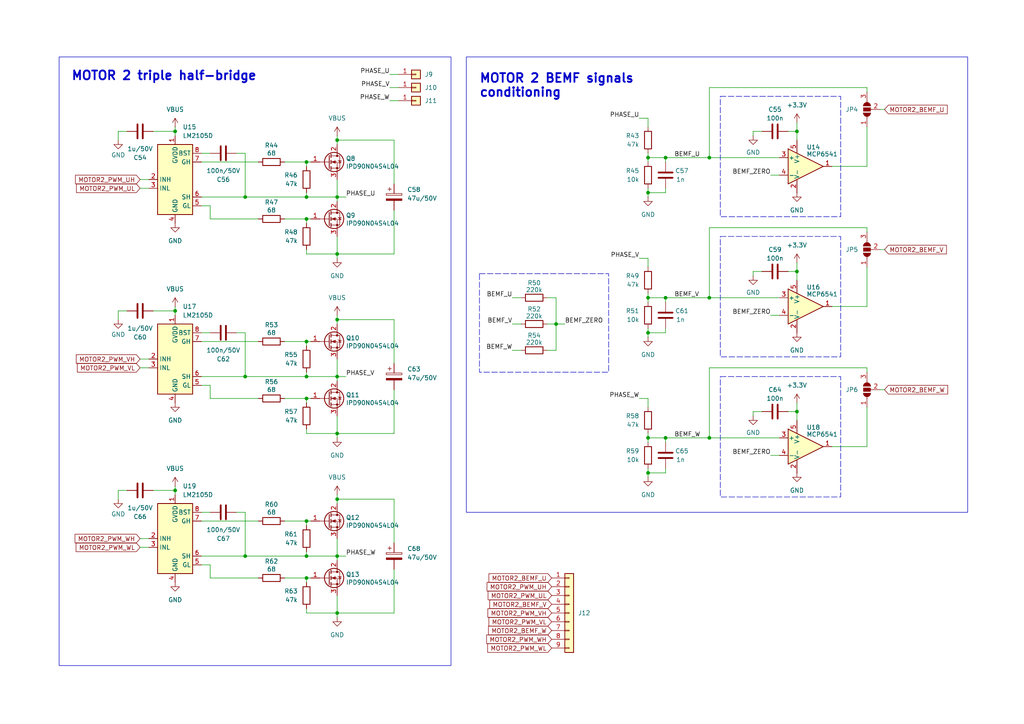
<source format=kicad_sch>
(kicad_sch (version 20231120) (generator "eeschema") (generator_version "8.0")
  (paper "A4")
  (title_block (title "Hogger2 Controller") (date "2025-03-09") (rev "V1.1") (comment 4 "Author: Eryk Możdżeń"))
  (lib_symbols
    (symbol "Comparator:MCP6561-OT" (pin_names (offset 0.127))
      (property "Reference" "U" (at -1.27 6.35 0))
      (property "Value" "MCP6561-OT" (at -1.27 3.81 0))
      (symbol "MCP6561-OT_0_1"
        (polyline (pts (xy -5.08 5.08) (xy 5.08 0) (xy -5.08 -5.08) (xy -5.08 5.08)) (stroke (width 0.254)) (fill (type background)))
        (pin power_in line (at -2.54 -7.62 90) (length 3.81) (name "V-") (number "2"))
        (pin power_in line (at -2.54 7.62 270) (length 3.81) (name "V+") (number "5"))
      )
      (symbol "MCP6561-OT_1_1"
        (pin output line (at 7.62 0 180) (length 2.54) (name "~") (number "1"))
        (pin input line (at -7.62 2.54 0) (length 2.54) (name "+") (number "3"))
        (pin input line (at -7.62 -2.54 0) (length 2.54) (name "-") (number "4"))
      )
    )
    (symbol "Connector_Generic:Conn_01x01" (pin_names (offset 1.016) hide)
      (property "Reference" "J" (at 0 2.54 0))
      (property "Value" "Conn_01x01" (at 0 -2.54 0))
      (symbol "Conn_01x01_1_1"
        (rectangle (start -1.27 0.127) (end 0 -0.127) (stroke (width 0.1524)))
        (rectangle (start -1.27 1.27) (end 1.27 -1.27) (stroke (width 0.254)) (fill (type background)))
        (pin passive line (at -5.08 0 0) (length 3.81) (name "Pin_1") (number "1"))
      )
    )
    (symbol "Connector_Generic:Conn_01x09" (pin_names (offset 1.016) hide)
      (property "Reference" "J" (at 0 12.7 0))
      (property "Value" "Conn_01x09" (at 0 -12.7 0))
      (symbol "Conn_01x09_1_1"
        (rectangle (start -1.27 -10.033) (end 0 -10.287) (stroke (width 0.1524)))
        (rectangle (start -1.27 -7.493) (end 0 -7.747) (stroke (width 0.1524)))
        (rectangle (start -1.27 -4.953) (end 0 -5.207) (stroke (width 0.1524)))
        (rectangle (start -1.27 -2.413) (end 0 -2.667) (stroke (width 0.1524)))
        (rectangle (start -1.27 0.127) (end 0 -0.127) (stroke (width 0.1524)))
        (rectangle (start -1.27 2.667) (end 0 2.413) (stroke (width 0.1524)))
        (rectangle (start -1.27 5.207) (end 0 4.953) (stroke (width 0.1524)))
        (rectangle (start -1.27 7.747) (end 0 7.493) (stroke (width 0.1524)))
        (rectangle (start -1.27 10.287) (end 0 10.033) (stroke (width 0.1524)))
        (rectangle (start -1.27 11.43) (end 1.27 -11.43) (stroke (width 0.254)) (fill (type background)))
        (pin passive line (at -5.08 10.16 0) (length 3.81) (name "Pin_1") (number "1"))
        (pin passive line (at -5.08 7.62 0) (length 3.81) (name "Pin_2") (number "2"))
        (pin passive line (at -5.08 5.08 0) (length 3.81) (name "Pin_3") (number "3"))
        (pin passive line (at -5.08 2.54 0) (length 3.81) (name "Pin_4") (number "4"))
        (pin passive line (at -5.08 0 0) (length 3.81) (name "Pin_5") (number "5"))
        (pin passive line (at -5.08 -2.54 0) (length 3.81) (name "Pin_6") (number "6"))
        (pin passive line (at -5.08 -5.08 0) (length 3.81) (name "Pin_7") (number "7"))
        (pin passive line (at -5.08 -7.62 0) (length 3.81) (name "Pin_8") (number "8"))
        (pin passive line (at -5.08 -10.16 0) (length 3.81) (name "Pin_9") (number "9"))
      )
    )
    (symbol "Device:C" (pin_numbers hide) (pin_names (offset 0.254))
      (property "Reference" "C" (at 0.635 2.54 0))
      (property "Value" "C" (at 0.635 -2.54 0))
      (symbol "C_0_1"
        (polyline (pts (xy -2.032 -0.762) (xy 2.032 -0.762)) (stroke (width 0.508)))
        (polyline (pts (xy -2.032 0.762) (xy 2.032 0.762)) (stroke (width 0.508)))
      )
      (symbol "C_1_1"
        (pin passive line (at 0 3.81 270) (length 2.794) (name "~") (number "1"))
        (pin passive line (at 0 -3.81 90) (length 2.794) (name "~") (number "2"))
      )
    )
    (symbol "Device:C_Polarized" (pin_numbers hide) (pin_names (offset 0.254))
      (property "Reference" "C" (at 0.635 2.54 0))
      (property "Value" "C_Polarized" (at 0.635 -2.54 0))
      (symbol "C_Polarized_0_1"
        (rectangle (start -2.286 0.508) (end 2.286 1.016))
        (polyline (pts (xy -1.778 2.286) (xy -0.762 2.286)))
        (polyline (pts (xy -1.27 2.794) (xy -1.27 1.778)))
        (rectangle (start 2.286 -0.508) (end -2.286 -1.016) (fill (type outline)))
      )
      (symbol "C_Polarized_1_1"
        (pin passive line (at 0 3.81 270) (length 2.794) (name "~") (number "1"))
        (pin passive line (at 0 -3.81 90) (length 2.794) (name "~") (number "2"))
      )
    )
    (symbol "Device:Q_NMOS_GDS" (pin_names (offset 0) hide)
      (property "Reference" "Q" (at 5.08 1.27 0))
      (property "Value" "Q_NMOS_GDS" (at 5.08 -1.27 0))
      (symbol "Q_NMOS_GDS_0_1"
        (polyline (pts (xy 0.254 0) (xy -2.54 0)))
        (polyline (pts (xy 0.254 1.905) (xy 0.254 -1.905)) (stroke (width 0.254)))
        (polyline (pts (xy 0.762 -1.27) (xy 0.762 -2.286)) (stroke (width 0.254)))
        (polyline (pts (xy 0.762 0.508) (xy 0.762 -0.508)) (stroke (width 0.254)))
        (polyline (pts (xy 0.762 2.286) (xy 0.762 1.27)) (stroke (width 0.254)))
        (polyline (pts (xy 2.54 2.54) (xy 2.54 1.778)))
        (polyline (pts (xy 2.54 -2.54) (xy 2.54 0) (xy 0.762 0)))
        (polyline (pts (xy 0.762 -1.778) (xy 3.302 -1.778) (xy 3.302 1.778) (xy 0.762 1.778)))
        (polyline (pts (xy 1.016 0) (xy 2.032 0.381) (xy 2.032 -0.381) (xy 1.016 0)) (fill (type outline)))
        (polyline (pts (xy 2.794 0.508) (xy 2.921 0.381) (xy 3.683 0.381) (xy 3.81 0.254)))
        (polyline (pts (xy 3.302 0.381) (xy 2.921 -0.254) (xy 3.683 -0.254) (xy 3.302 0.381)))
        (circle (center 1.651 0) (radius 2.794) (stroke (width 0.254)))
        (circle (center 2.54 -1.778) (radius 0.254) (fill (type outline)))
        (circle (center 2.54 1.778) (radius 0.254) (fill (type outline)))
      )
      (symbol "Q_NMOS_GDS_1_1"
        (pin input line (at -5.08 0 0) (length 2.54) (name "G") (number "1"))
        (pin passive line (at 2.54 5.08 270) (length 2.54) (name "D") (number "2"))
        (pin passive line (at 2.54 -5.08 90) (length 2.54) (name "S") (number "3"))
      )
    )
    (symbol "Device:R" (pin_numbers hide) (pin_names (offset 0))
      (property "Reference" "R" (at 2.032 0 90))
      (property "Value" "R" (at 0 0 90))
      (symbol "R_0_1"
        (rectangle (start -1.016 -2.54) (end 1.016 2.54) (stroke (width 0.254)))
      )
      (symbol "R_1_1"
        (pin passive line (at 0 3.81 270) (length 1.27) (name "~") (number "1"))
        (pin passive line (at 0 -3.81 90) (length 1.27) (name "~") (number "2"))
      )
    )
    (symbol "Driver_FET:LM2105D"
      (property "Reference" "U" (at 1.27 13.335 0))
      (property "Value" "LM2105D" (at 1.27 11.43 0))
      (symbol "LM2105D_0_1"
        (rectangle (start -5.08 -10.16) (end 5.08 10.16) (stroke (width 0.254)) (fill (type background)))
      )
      (symbol "LM2105D_1_1"
        (pin power_in line (at 0 12.7 270) (length 2.54) (name "GVDD") (number "1"))
        (pin input line (at -7.62 0 0) (length 2.54) (name "INH") (number "2"))
        (pin input line (at -7.62 -2.54 0) (length 2.54) (name "INL") (number "3"))
        (pin power_in line (at 0 -12.7 90) (length 2.54) (name "GND") (number "4"))
        (pin output line (at 7.62 -7.62 180) (length 2.54) (name "GL") (number "5"))
        (pin passive line (at 7.62 -5.08 180) (length 2.54) (name "SH") (number "6"))
        (pin output line (at 7.62 5.08 180) (length 2.54) (name "GH") (number "7"))
        (pin passive line (at 7.62 7.62 180) (length 2.54) (name "BST") (number "8"))
      )
    )
    (symbol "Jumper:SolderJumper_3_Open" (pin_names (offset 0) hide) (exclude_from_sim yes) (in_bom no)
      (property "Reference" "JP" (at -2.54 -2.54 0))
      (property "Value" "SolderJumper_3_Open" (at 0 2.794 0))
      (symbol "SolderJumper_3_Open_0_1"
        (arc (start -1.016 1.016) (mid -2.0276 0) (end -1.016 -1.016))
        (arc (start -1.016 1.016) (mid -2.0276 0) (end -1.016 -1.016) (fill (type outline)))
        (rectangle (start -0.508 1.016) (end 0.508 -1.016) (fill (type outline)))
        (polyline (pts (xy -2.54 0) (xy -2.032 0)))
        (polyline (pts (xy -1.016 1.016) (xy -1.016 -1.016)))
        (polyline (pts (xy 0 -1.27) (xy 0 -1.016)))
        (polyline (pts (xy 1.016 1.016) (xy 1.016 -1.016)))
        (polyline (pts (xy 2.54 0) (xy 2.032 0)))
        (arc (start 1.016 -1.016) (mid 2.0276 0) (end 1.016 1.016))
        (arc (start 1.016 -1.016) (mid 2.0276 0) (end 1.016 1.016) (fill (type outline)))
      )
      (symbol "SolderJumper_3_Open_1_1"
        (pin passive line (at -5.08 0 0) (length 2.54) (name "A") (number "1"))
        (pin passive line (at 0 -3.81 90) (length 2.54) (name "C") (number "2"))
        (pin passive line (at 5.08 0 180) (length 2.54) (name "B") (number "3"))
      )
    )
    (symbol "VBUS_1" (power) (pin_numbers hide) (pin_names (offset 0) hide)
      (property "Value" "VBUS" (at 0 3.556 0))
      (symbol "VBUS_1_0_1"
        (polyline (pts (xy -0.762 1.27) (xy 0 2.54)))
        (polyline (pts (xy 0 0) (xy 0 2.54)))
        (polyline (pts (xy 0 2.54) (xy 0.762 1.27)))
      )
      (symbol "VBUS_1_1_1"
        (pin power_in line (at 0 0 90) (length 0) (name "~") (number "1"))
      )
    )
    (symbol "power:+3.3V" (power) (pin_names (offset 0))
      (property "Value" "+3.3V" (at 0 3.556 0))
      (symbol "+3.3V_0_1"
        (polyline (pts (xy -0.762 1.27) (xy 0 2.54)))
        (polyline (pts (xy 0 0) (xy 0 2.54)))
        (polyline (pts (xy 0 2.54) (xy 0.762 1.27)))
      )
      (symbol "+3.3V_1_1"
        (pin power_in line (at 0 0 90) (length 0) hide (name "+3.3V") (number "1"))
      )
    )
    (symbol "power:GND" (power) (pin_numbers hide) (pin_names (offset 0) hide)
      (property "Value" "GND" (at 0 -3.81 0))
      (symbol "GND_0_1"
        (polyline (pts (xy 0 0) (xy 0 -1.27) (xy 1.27 -1.27) (xy 0 -2.54) (xy -1.27 -1.27) (xy 0 -1.27)))
      )
      (symbol "GND_1_1"
        (pin power_in line (at 0 0 270) (length 0) (name "~") (number "1"))
      )
    )
  )
  (junction (at 88.9 109.22))
  (junction (at 187.96 86.36))
  (junction (at 88.9 46.99))
  (junction (at 205.74 127))
  (junction (at 50.8 90.17))
  (junction (at 97.79 57.15))
  (junction (at 187.96 55.88))
  (junction (at 97.79 125.73))
  (junction (at 97.79 144.78))
  (junction (at 187.96 45.72))
  (junction (at 187.96 96.52))
  (junction (at 193.04 127))
  (junction (at 97.79 161.29))
  (junction (at 88.9 63.5))
  (junction (at 231.14 38.1))
  (junction (at 193.04 86.36))
  (junction (at 97.79 177.8))
  (junction (at 97.79 92.71))
  (junction (at 88.9 151.13))
  (junction (at 231.14 119.38))
  (junction (at 187.96 137.16))
  (junction (at 97.79 73.66))
  (junction (at 50.8 142.24))
  (junction (at 205.74 45.72))
  (junction (at 71.12 109.22))
  (junction (at 71.12 161.29))
  (junction (at 88.9 167.64))
  (junction (at 88.9 161.29))
  (junction (at 231.14 78.74))
  (junction (at 97.79 109.22))
  (junction (at 88.9 99.06))
  (junction (at 88.9 115.57))
  (junction (at 187.96 127))
  (junction (at 97.79 40.64))
  (junction (at 193.04 45.72))
  (junction (at 50.8 38.1))
  (junction (at 88.9 57.15))
  (junction (at 161.29 93.98))
  (junction (at 71.12 57.15))
  (junction (at 205.74 86.36))
  (wire (pts (xy 71.12 96.52) (xy 71.12 109.22)))
  (wire (pts (xy 193.04 55.88) (xy 193.04 54.61)))
  (wire (pts (xy 251.46 26.67) (xy 251.46 25.4)))
  (wire (pts (xy 187.96 97.79) (xy 187.96 96.52)))
  (wire (pts (xy 97.79 161.29) (xy 97.79 162.56)))
  (wire (pts (xy 82.55 46.99) (xy 88.9 46.99)))
  (wire (pts (xy 88.9 160.02) (xy 88.9 161.29)))
  (wire (pts (xy 44.45 38.1) (xy 50.8 38.1)))
  (wire (pts (xy 251.46 118.11) (xy 251.46 129.54)))
  (wire (pts (xy 231.14 78.74) (xy 228.6 78.74)))
  (wire (pts (xy 88.9 151.13) (xy 88.9 152.4)))
  (wire (pts (xy 205.74 127) (xy 226.06 127)))
  (wire (pts (xy 44.45 142.24) (xy 50.8 142.24)))
  (wire (pts (xy 40.64 104.14) (xy 43.18 104.14)))
  (wire (pts (xy 97.79 161.29) (xy 100.33 161.29)))
  (wire (pts (xy 97.79 40.64) (xy 97.79 41.91)))
  (wire (pts (xy 113.03 29.21) (xy 115.57 29.21)))
  (wire (pts (xy 113.03 25.4) (xy 115.57 25.4)))
  (wire (pts (xy 114.3 40.64) (xy 97.79 40.64)))
  (wire (pts (xy 251.46 25.4) (xy 205.74 25.4)))
  (wire (pts (xy 187.96 77.47) (xy 187.96 74.93)))
  (wire (pts (xy 88.9 73.66) (xy 97.79 73.66)))
  (wire (pts (xy 60.96 63.5) (xy 60.96 59.69)))
  (wire (pts (xy 88.9 124.46) (xy 88.9 125.73)))
  (wire (pts (xy 97.79 177.8) (xy 97.79 172.72)))
  (wire (pts (xy 58.42 96.52) (xy 60.96 96.52)))
  (wire (pts (xy 231.14 116.84) (xy 231.14 119.38)))
  (wire (pts (xy 251.46 77.47) (xy 251.46 88.9)))
  (wire (pts (xy 158.75 93.98) (xy 161.29 93.98)))
  (wire (pts (xy 187.96 55.88) (xy 187.96 54.61)))
  (wire (pts (xy 82.55 63.5) (xy 88.9 63.5)))
  (wire (pts (xy 114.3 157.48) (xy 114.3 144.78)))
  (wire (pts (xy 220.98 78.74) (xy 218.44 78.74)))
  (wire (pts (xy 187.96 125.73) (xy 187.96 127)))
  (wire (pts (xy 97.79 156.21) (xy 97.79 161.29)))
  (wire (pts (xy 88.9 115.57) (xy 88.9 116.84)))
  (wire (pts (xy 68.58 148.59) (xy 71.12 148.59)))
  (wire (pts (xy 114.3 73.66) (xy 114.3 60.96)))
  (wire (pts (xy 50.8 142.24) (xy 50.8 143.51)))
  (wire (pts (xy 88.9 177.8) (xy 97.79 177.8)))
  (wire (pts (xy 256.54 31.75) (xy 255.27 31.75)))
  (wire (pts (xy 161.29 86.36) (xy 161.29 93.98)))
  (wire (pts (xy 114.3 92.71) (xy 97.79 92.71)))
  (wire (pts (xy 36.83 90.17) (xy 34.29 90.17)))
  (wire (pts (xy 88.9 115.57) (xy 90.17 115.57)))
  (wire (pts (xy 187.96 57.15) (xy 187.96 55.88)))
  (wire (pts (xy 36.83 142.24) (xy 34.29 142.24)))
  (wire (pts (xy 97.79 143.51) (xy 97.79 144.78)))
  (wire (pts (xy 34.29 90.17) (xy 34.29 92.71)))
  (wire (pts (xy 114.3 125.73) (xy 114.3 113.03)))
  (wire (pts (xy 251.46 106.68) (xy 205.74 106.68)))
  (wire (pts (xy 97.79 177.8) (xy 97.79 179.07)))
  (wire (pts (xy 114.3 53.34) (xy 114.3 40.64)))
  (wire (pts (xy 185.42 34.29) (xy 187.96 34.29)))
  (wire (pts (xy 97.79 144.78) (xy 97.79 146.05)))
  (wire (pts (xy 50.8 140.97) (xy 50.8 142.24)))
  (wire (pts (xy 158.75 101.6) (xy 161.29 101.6)))
  (wire (pts (xy 74.93 63.5) (xy 60.96 63.5)))
  (wire (pts (xy 40.64 52.07) (xy 43.18 52.07)))
  (wire (pts (xy 97.79 92.71) (xy 97.79 93.98)))
  (wire (pts (xy 88.9 125.73) (xy 97.79 125.73)))
  (wire (pts (xy 88.9 167.64) (xy 88.9 168.91)))
  (wire (pts (xy 82.55 151.13) (xy 88.9 151.13)))
  (wire (pts (xy 71.12 148.59) (xy 71.12 161.29)))
  (wire (pts (xy 187.96 96.52) (xy 187.96 95.25)))
  (wire (pts (xy 58.42 148.59) (xy 60.96 148.59)))
  (wire (pts (xy 187.96 36.83) (xy 187.96 34.29)))
  (wire (pts (xy 193.04 96.52) (xy 193.04 95.25)))
  (wire (pts (xy 113.03 21.59) (xy 115.57 21.59)))
  (wire (pts (xy 40.64 106.68) (xy 43.18 106.68)))
  (wire (pts (xy 187.96 86.36) (xy 187.96 87.63)))
  (wire (pts (xy 88.9 46.99) (xy 88.9 48.26)))
  (wire (pts (xy 58.42 44.45) (xy 60.96 44.45)))
  (wire (pts (xy 187.96 137.16) (xy 193.04 137.16)))
  (wire (pts (xy 71.12 57.15) (xy 88.9 57.15)))
  (wire (pts (xy 251.46 36.83) (xy 251.46 48.26)))
  (wire (pts (xy 187.96 138.43) (xy 187.96 137.16)))
  (wire (pts (xy 50.8 36.83) (xy 50.8 38.1)))
  (wire (pts (xy 88.9 107.95) (xy 88.9 109.22)))
  (wire (pts (xy 256.54 72.39) (xy 255.27 72.39)))
  (wire (pts (xy 60.96 115.57) (xy 60.96 111.76)))
  (wire (pts (xy 205.74 66.04) (xy 205.74 86.36)))
  (wire (pts (xy 97.79 125.73) (xy 97.79 120.65)))
  (wire (pts (xy 90.17 46.99) (xy 88.9 46.99)))
  (wire (pts (xy 220.98 119.38) (xy 218.44 119.38)))
  (wire (pts (xy 71.12 44.45) (xy 71.12 57.15)))
  (wire (pts (xy 97.79 104.14) (xy 97.79 109.22)))
  (wire (pts (xy 205.74 25.4) (xy 205.74 45.72)))
  (wire (pts (xy 97.79 73.66) (xy 97.79 68.58)))
  (wire (pts (xy 187.96 96.52) (xy 193.04 96.52)))
  (wire (pts (xy 231.14 121.92) (xy 231.14 119.38)))
  (wire (pts (xy 71.12 161.29) (xy 88.9 161.29)))
  (wire (pts (xy 218.44 78.74) (xy 218.44 80.01)))
  (wire (pts (xy 114.3 177.8) (xy 114.3 165.1)))
  (wire (pts (xy 114.3 105.41) (xy 114.3 92.71)))
  (wire (pts (xy 82.55 167.64) (xy 88.9 167.64)))
  (wire (pts (xy 44.45 90.17) (xy 50.8 90.17)))
  (wire (pts (xy 193.04 45.72) (xy 205.74 45.72)))
  (wire (pts (xy 185.42 115.57) (xy 187.96 115.57)))
  (wire (pts (xy 58.42 151.13) (xy 74.93 151.13)))
  (wire (pts (xy 88.9 57.15) (xy 97.79 57.15)))
  (wire (pts (xy 231.14 119.38) (xy 228.6 119.38)))
  (wire (pts (xy 58.42 99.06) (xy 74.93 99.06)))
  (wire (pts (xy 68.58 44.45) (xy 71.12 44.45)))
  (wire (pts (xy 82.55 115.57) (xy 88.9 115.57)))
  (wire (pts (xy 97.79 125.73) (xy 114.3 125.73)))
  (wire (pts (xy 88.9 176.53) (xy 88.9 177.8)))
  (wire (pts (xy 97.79 57.15) (xy 100.33 57.15)))
  (wire (pts (xy 205.74 45.72) (xy 226.06 45.72)))
  (wire (pts (xy 231.14 38.1) (xy 228.6 38.1)))
  (wire (pts (xy 193.04 127) (xy 205.74 127)))
  (wire (pts (xy 218.44 119.38) (xy 218.44 120.65)))
  (wire (pts (xy 187.96 127) (xy 193.04 127)))
  (wire (pts (xy 50.8 38.1) (xy 50.8 39.37)))
  (wire (pts (xy 231.14 35.56) (xy 231.14 38.1)))
  (wire (pts (xy 231.14 40.64) (xy 231.14 38.1)))
  (wire (pts (xy 185.42 74.93) (xy 187.96 74.93)))
  (wire (pts (xy 223.52 91.44) (xy 226.06 91.44)))
  (wire (pts (xy 82.55 99.06) (xy 88.9 99.06)))
  (wire (pts (xy 90.17 99.06) (xy 88.9 99.06)))
  (wire (pts (xy 223.52 50.8) (xy 226.06 50.8)))
  (wire (pts (xy 193.04 137.16) (xy 193.04 135.89)))
  (wire (pts (xy 193.04 127) (xy 193.04 128.27)))
  (wire (pts (xy 231.14 81.28) (xy 231.14 78.74)))
  (wire (pts (xy 97.79 52.07) (xy 97.79 57.15)))
  (wire (pts (xy 161.29 93.98) (xy 161.29 101.6)))
  (wire (pts (xy 241.3 88.9) (xy 251.46 88.9)))
  (wire (pts (xy 88.9 109.22) (xy 97.79 109.22)))
  (wire (pts (xy 88.9 72.39) (xy 88.9 73.66)))
  (wire (pts (xy 71.12 109.22) (xy 88.9 109.22)))
  (wire (pts (xy 88.9 161.29) (xy 97.79 161.29)))
  (wire (pts (xy 60.96 59.69) (xy 58.42 59.69)))
  (wire (pts (xy 97.79 177.8) (xy 114.3 177.8)))
  (wire (pts (xy 97.79 91.44) (xy 97.79 92.71)))
  (wire (pts (xy 241.3 48.26) (xy 251.46 48.26)))
  (wire (pts (xy 74.93 167.64) (xy 60.96 167.64)))
  (wire (pts (xy 187.96 137.16) (xy 187.96 135.89)))
  (wire (pts (xy 58.42 109.22) (xy 71.12 109.22)))
  (wire (pts (xy 187.96 45.72) (xy 193.04 45.72)))
  (wire (pts (xy 187.96 45.72) (xy 187.96 46.99)))
  (wire (pts (xy 187.96 44.45) (xy 187.96 45.72)))
  (wire (pts (xy 60.96 111.76) (xy 58.42 111.76)))
  (wire (pts (xy 187.96 127) (xy 187.96 128.27)))
  (wire (pts (xy 88.9 63.5) (xy 88.9 64.77)))
  (wire (pts (xy 231.14 76.2) (xy 231.14 78.74)))
  (wire (pts (xy 34.29 38.1) (xy 34.29 40.64)))
  (wire (pts (xy 193.04 86.36) (xy 205.74 86.36)))
  (wire (pts (xy 148.59 93.98) (xy 151.13 93.98)))
  (wire (pts (xy 114.3 144.78) (xy 97.79 144.78)))
  (wire (pts (xy 36.83 38.1) (xy 34.29 38.1)))
  (wire (pts (xy 88.9 167.64) (xy 90.17 167.64)))
  (wire (pts (xy 256.54 113.03) (xy 255.27 113.03)))
  (wire (pts (xy 74.93 115.57) (xy 60.96 115.57)))
  (wire (pts (xy 34.29 142.24) (xy 34.29 144.78)))
  (wire (pts (xy 251.46 66.04) (xy 205.74 66.04)))
  (wire (pts (xy 158.75 86.36) (xy 161.29 86.36)))
  (wire (pts (xy 97.79 73.66) (xy 97.79 74.93)))
  (wire (pts (xy 40.64 54.61) (xy 43.18 54.61)))
  (wire (pts (xy 97.79 125.73) (xy 97.79 127)))
  (wire (pts (xy 97.79 39.37) (xy 97.79 40.64)))
  (wire (pts (xy 251.46 67.31) (xy 251.46 66.04)))
  (wire (pts (xy 187.96 55.88) (xy 193.04 55.88)))
  (wire (pts (xy 58.42 57.15) (xy 71.12 57.15)))
  (wire (pts (xy 205.74 86.36) (xy 226.06 86.36)))
  (wire (pts (xy 205.74 106.68) (xy 205.74 127)))
  (wire (pts (xy 187.96 118.11) (xy 187.96 115.57)))
  (wire (pts (xy 90.17 151.13) (xy 88.9 151.13)))
  (wire (pts (xy 50.8 90.17) (xy 50.8 91.44)))
  (wire (pts (xy 97.79 73.66) (xy 114.3 73.66)))
  (wire (pts (xy 50.8 88.9) (xy 50.8 90.17)))
  (wire (pts (xy 60.96 167.64) (xy 60.96 163.83)))
  (wire (pts (xy 88.9 99.06) (xy 88.9 100.33)))
  (wire (pts (xy 148.59 101.6) (xy 151.13 101.6)))
  (wire (pts (xy 58.42 161.29) (xy 71.12 161.29)))
  (wire (pts (xy 193.04 45.72) (xy 193.04 46.99)))
  (wire (pts (xy 68.58 96.52) (xy 71.12 96.52)))
  (wire (pts (xy 241.3 129.54) (xy 251.46 129.54)))
  (wire (pts (xy 218.44 38.1) (xy 218.44 39.37)))
  (wire (pts (xy 220.98 38.1) (xy 218.44 38.1)))
  (wire (pts (xy 97.79 109.22) (xy 100.33 109.22)))
  (wire (pts (xy 97.79 109.22) (xy 97.79 110.49)))
  (wire (pts (xy 88.9 55.88) (xy 88.9 57.15)))
  (wire (pts (xy 223.52 132.08) (xy 226.06 132.08)))
  (wire (pts (xy 193.04 86.36) (xy 193.04 87.63)))
  (wire (pts (xy 251.46 107.95) (xy 251.46 106.68)))
  (wire (pts (xy 148.59 86.36) (xy 151.13 86.36)))
  (wire (pts (xy 161.29 93.98) (xy 163.83 93.98)))
  (wire (pts (xy 60.96 163.83) (xy 58.42 163.83)))
  (wire (pts (xy 97.79 57.15) (xy 97.79 58.42)))
  (wire (pts (xy 187.96 86.36) (xy 193.04 86.36)))
  (wire (pts (xy 40.64 158.75) (xy 43.18 158.75)))
  (wire (pts (xy 58.42 46.99) (xy 74.93 46.99)))
  (wire (pts (xy 187.96 85.09) (xy 187.96 86.36)))
  (wire (pts (xy 88.9 63.5) (xy 90.17 63.5)))
  (wire (pts (xy 40.64 156.21) (xy 43.18 156.21)))
  (rectangle (start 17.145 16.51) (end 130.81 193.04))
  (rectangle (start 208.915 27.94) (end 243.84 62.865) (stroke (width 0) (type dash)))
  (rectangle (start 208.915 109.22) (end 243.84 144.145) (stroke (width 0) (type dash)))
  (rectangle (start 135.255 16.51) (end 280.67 148.59))
  (rectangle (start 243.84 118.11) (end 243.84 118.11))
  (rectangle (start 139.065 79.375) (end 176.53 107.95) (stroke (width 0) (type dash)))
  (rectangle (start 243.84 77.47) (end 243.84 77.47))
  (rectangle (start 243.84 36.83) (end 243.84 36.83))
  (rectangle (start 208.915 68.58) (end 243.84 103.505) (stroke (width 0) (type dash)))
  (text "MOTOR 2 BEMF signals\nconditioning" (at 138.938 24.892 0) (effects (font (size 2.54 2.54) (thickness 0.508) (bold yes)) (justify left)))
  (text "MOTOR 2 triple half-bridge" (at 20.574 22.098 0) (effects (font (size 2.54 2.54) (thickness 0.508) (bold yes)) (justify left)))
  (label "PHASE_V" (at 185.42 74.93 180))
  (label "BEMF_V" (at 195.58 86.36 0))
  (label "BEMF_ZERO" (at 223.52 132.08 180))
  (label "PHASE_V" (at 113.03 25.4 180))
  (label "BEMF_ZERO" (at 163.83 93.98 0))
  (label "PHASE_V" (at 100.33 109.22 0))
  (label "BEMF_U" (at 148.59 86.36 180))
  (label "BEMF_ZERO" (at 223.52 91.44 180))
  (label "PHASE_U" (at 185.42 34.29 180))
  (label "BEMF_ZERO" (at 223.52 50.8 180))
  (label "PHASE_W" (at 185.42 115.57 180))
  (label "BEMF_U" (at 195.58 45.72 0))
  (label "BEMF_W" (at 195.58 127 0))
  (label "PHASE_W" (at 100.33 161.29 0))
  (label "PHASE_U" (at 113.03 21.59 180))
  (label "BEMF_W" (at 148.59 101.6 180))
  (label "PHASE_W" (at 113.03 29.21 180))
  (label "BEMF_V" (at 148.59 93.98 180))
  (label "PHASE_U" (at 100.33 57.15 0))
  (global_label "MOTOR2_PWM_VH" (shape input) (at 160.02 177.8 180) (property "Intersheetrefs" "${INTERSHEET_REFS}" (effects (hide yes))))
  (global_label "MOTOR2_BEMF_V" (shape input) (at 160.02 175.26 180) (property "Intersheetrefs" "${INTERSHEET_REFS}" (effects (hide yes))))
  (global_label "MOTOR2_PWM_UL" (shape input) (at 160.02 172.72 180) (property "Intersheetrefs" "${INTERSHEET_REFS}" (effects (hide yes))))
  (global_label "MOTOR2_BEMF_U" (shape input) (at 256.54 31.75 0) (property "Intersheetrefs" "${INTERSHEET_REFS}" (effects (hide yes))))
  (global_label "MOTOR2_PWM_WL" (shape input) (at 40.64 158.75 180) (property "Intersheetrefs" "${INTERSHEET_REFS}" (effects (hide yes))))
  (global_label "MOTOR2_PWM_VL" (shape input) (at 40.64 106.68 180) (property "Intersheetrefs" "${INTERSHEET_REFS}" (effects (hide yes))))
  (global_label "MOTOR2_BEMF_V" (shape input) (at 256.54 72.39 0) (property "Intersheetrefs" "${INTERSHEET_REFS}" (effects (hide yes))))
  (global_label "MOTOR2_BEMF_W" (shape input) (at 256.54 113.03 0) (property "Intersheetrefs" "${INTERSHEET_REFS}" (effects (hide yes))))
  (global_label "MOTOR2_PWM_WL" (shape input) (at 160.02 187.96 180) (property "Intersheetrefs" "${INTERSHEET_REFS}" (effects (hide yes))))
  (global_label "MOTOR2_BEMF_U" (shape input) (at 160.02 167.64 180) (property "Intersheetrefs" "${INTERSHEET_REFS}" (effects (hide yes))))
  (global_label "MOTOR2_PWM_UL" (shape input) (at 40.64 54.61 180) (property "Intersheetrefs" "${INTERSHEET_REFS}" (effects (hide yes))))
  (global_label "MOTOR2_PWM_UH" (shape input) (at 160.02 170.18 180) (property "Intersheetrefs" "${INTERSHEET_REFS}" (effects (hide yes))))
  (global_label "MOTOR2_PWM_WH" (shape input) (at 40.64 156.21 180) (property "Intersheetrefs" "${INTERSHEET_REFS}" (effects (hide yes))))
  (global_label "MOTOR2_PWM_UH" (shape input) (at 40.64 52.07 180) (property "Intersheetrefs" "${INTERSHEET_REFS}" (effects (hide yes))))
  (global_label "MOTOR2_PWM_VL" (shape input) (at 160.02 180.34 180) (property "Intersheetrefs" "${INTERSHEET_REFS}" (effects (hide yes))))
  (global_label "MOTOR2_PWM_WH" (shape input) (at 160.02 185.42 180) (property "Intersheetrefs" "${INTERSHEET_REFS}" (effects (hide yes))))
  (global_label "MOTOR2_BEMF_W" (shape input) (at 160.02 182.88 180) (property "Intersheetrefs" "${INTERSHEET_REFS}" (effects (hide yes))))
  (global_label "MOTOR2_PWM_VH" (shape input) (at 40.64 104.14 180) (property "Intersheetrefs" "${INTERSHEET_REFS}" (effects (hide yes))))
  (symbol (lib_id "Device:C_Polarized") (at 114.3 109.22 0) (unit 1)
    (property "Reference" "C63" (at 118.11 107.0609 0) (effects (justify left)))
    (property "Value" "47u/50V" (at 118.11 109.6009 0) (effects (justify left)))
    (property "Footprint" "Capacitor_SMD:CP_Elec_6.3x7.7" (effects (hide yes)))
    (property "Description" "Polarized capacitor" (effects (hide yes)))
  )
  (symbol (lib_id "Comparator:MCP6561-OT") (at 233.68 48.26 0) (unit 1)
    (property "Reference" "U14" (at 233.934 42.672 0) (effects (justify left)))
    (property "Value" "MCP6541" (at 233.934 44.704 0) (effects (justify left)))
    (property "Footprint" "Package_TO_SOT_SMD:SOT-23-5" (effects (hide yes)))
  )
  (symbol (lib_id "power:GND") (at 50.8 64.77 0) (unit 1)
    (property "Reference" "#PWR0118" (effects (hide yes)))
    (property "Value" "GND" (at 50.8 69.85 0))
    (property "Description" "Power symbol creates a global label with name \"GND\" , ground" (effects (hide yes)))
  )
  (symbol (lib_id "Device:C") (at 224.79 119.38 90) (unit 1)
    (property "Reference" "C64" (at 224.79 113.03 90))
    (property "Value" "100n" (at 224.79 115.57 90))
    (property "Footprint" "Capacitor_SMD:C_0603_1608Metric" (effects (hide yes)))
    (property "Description" "Unpolarized capacitor" (effects (hide yes)))
  )
  (symbol (lib_id "Device:R") (at 78.74 115.57 90) (unit 1)
    (property "Reference" "R56" (at 78.74 110.744 90))
    (property "Value" "68" (at 78.74 113.03 90))
    (property "Footprint" "Resistor_SMD:R_0603_1608Metric" (effects (hide yes)))
    (property "Description" "Resistor" (effects (hide yes)))
  )
  (symbol (lib_id "Device:Q_NMOS_GDS") (at 95.25 46.99 0) (unit 1)
    (property "Reference" "Q8" (at 100.33 45.974 0) (effects (justify left)))
    (property "Value" "IPD90N04S4L04" (at 100.33 48.26 0) (effects (justify left)))
    (property "Footprint" "Package_TO_SOT_SMD:TO-252-2" (effects (hide yes)))
    (property "Description" "N-MOSFET transistor, gate/drain/source" (effects (hide yes)))
  )
  (symbol (lib_id "Device:R") (at 78.74 46.99 90) (unit 1)
    (property "Reference" "R44" (at 78.74 42.164 90))
    (property "Value" "68" (at 78.74 44.45 90))
    (property "Footprint" "Resistor_SMD:R_0603_1608Metric" (effects (hide yes)))
    (property "Description" "Resistor" (effects (hide yes)))
  )
  (symbol (lib_id "Device:R") (at 88.9 120.65 0) (mirror y) (unit 1)
    (property "Reference" "R57" (at 86.36 119.3799 0) (effects (justify left)))
    (property "Value" "47k" (at 86.36 121.9199 0) (effects (justify left)))
    (property "Footprint" "Resistor_SMD:R_0603_1608Metric" (effects (hide yes)))
    (property "Description" "Resistor" (effects (hide yes)))
  )
  (symbol (lib_id "power:GND") (at 218.44 39.37 0) (unit 1)
    (property "Reference" "#PWR0114" (effects (hide yes)))
    (property "Value" "GND" (at 218.44 44.196 0))
    (property "Description" "Power symbol creates a global label with name \"GND\" , ground" (effects (hide yes)))
  )
  (symbol (lib_id "Device:C_Polarized") (at 114.3 57.15 0) (unit 1)
    (property "Reference" "C58" (at 118.11 54.9909 0) (effects (justify left)))
    (property "Value" "47u/50V" (at 118.11 57.5309 0) (effects (justify left)))
    (property "Footprint" "Capacitor_SMD:CP_Elec_6.3x7.7" (effects (hide yes)))
    (property "Description" "Polarized capacitor" (effects (hide yes)))
  )
  (symbol (lib_id "Connector_Generic:Conn_01x01") (at 120.65 21.59 0) (unit 1)
    (property "Reference" "J9" (at 123.19 21.5899 0) (effects (justify left)))
    (property "Value" "Conn_01x01" (effects (hide yes)))
    (property "Footprint" "Connector_Wire:SolderWire-2.5sqmm_1x01_D2.4mm_OD4.4mm" (effects (hide yes)))
    (property "Description" "Generic connector, single row, 01x01, script generated (kicad-library-utils/schlib/autogen/connector/)" (effects (hide yes)))
  )
  (symbol (lib_id "Device:Q_NMOS_GDS") (at 95.25 167.64 0) (unit 1)
    (property "Reference" "Q13" (at 100.33 166.624 0) (effects (justify left)))
    (property "Value" "IPD90N04S4L04" (at 100.33 168.91 0) (effects (justify left)))
    (property "Footprint" "Package_TO_SOT_SMD:TO-252-2" (effects (hide yes)))
    (property "Description" "N-MOSFET transistor, gate/drain/source" (effects (hide yes)))
  )
  (symbol (lib_name "VBUS_1") (lib_id "power:VBUS") (at 97.79 91.44 0) (unit 1)
    (property "Reference" "#PWR0123" (effects (hide yes)))
    (property "Value" "VBUS" (at 97.79 86.36 0))
    (property "Description" "Power symbol creates a global label with name \"VBUS\"" (effects (hide yes)))
  )
  (symbol (lib_id "Device:R") (at 187.96 81.28 0) (mirror y) (unit 1)
    (property "Reference" "R49" (at 185.42 80.0099 0) (effects (justify left)))
    (property "Value" "47k" (at 185.42 82.5499 0) (effects (justify left)))
    (property "Footprint" "Resistor_SMD:R_0603_1608Metric" (effects (hide yes)))
    (property "Description" "Resistor" (effects (hide yes)))
  )
  (symbol (lib_id "Device:C_Polarized") (at 114.3 161.29 0) (unit 1)
    (property "Reference" "C68" (at 118.11 159.1309 0) (effects (justify left)))
    (property "Value" "47u/50V" (at 118.11 161.6709 0) (effects (justify left)))
    (property "Footprint" "Capacitor_SMD:CP_Elec_6.3x7.7" (effects (hide yes)))
    (property "Description" "Polarized capacitor" (effects (hide yes)))
  )
  (symbol (lib_id "power:+3.3V") (at 231.14 76.2 0) (unit 1)
    (property "Reference" "#PWR0120" (effects (hide yes)))
    (property "Value" "+3.3V" (at 231.14 71.12 0))
    (property "Description" "Power symbol creates a global label with name \"+3.3V\"" (effects (hide yes)))
  )
  (symbol (lib_id "power:GND") (at 97.79 179.07 0) (unit 1)
    (property "Reference" "#PWR0137" (effects (hide yes)))
    (property "Value" "GND" (at 97.79 184.15 0))
    (property "Description" "Power symbol creates a global label with name \"GND\" , ground" (effects (hide yes)))
  )
  (symbol (lib_id "Jumper:SolderJumper_3_Open") (at 251.46 113.03 90) (unit 1) (exclude_from_sim yes) (in_bom no)
    (property "Reference" "JP6" (at 248.92 113.0299 90) (effects (justify left)))
    (property "Value" "SolderJumper_3_Open" (effects (hide yes)))
    (property "Footprint" "Jumper:SolderJumper-3_P1.3mm_Open_RoundedPad1.0x1.5mm" (effects (hide yes)))
    (property "Description" "Solder Jumper, 3-pole, open" (effects (hide yes)))
  )
  (symbol (lib_id "Device:R") (at 187.96 91.44 0) (mirror y) (unit 1)
    (property "Reference" "R51" (at 185.42 90.1699 0) (effects (justify left)))
    (property "Value" "10k" (at 185.42 92.7099 0) (effects (justify left)))
    (property "Footprint" "Resistor_SMD:R_0603_1608Metric" (effects (hide yes)))
    (property "Description" "Resistor" (effects (hide yes)))
  )
  (symbol (lib_id "Connector_Generic:Conn_01x01") (at 120.65 25.4 0) (unit 1)
    (property "Reference" "J10" (at 123.19 25.3999 0) (effects (justify left)))
    (property "Value" "Conn_01x01" (effects (hide yes)))
    (property "Footprint" "Connector_Wire:SolderWire-2.5sqmm_1x01_D2.4mm_OD4.4mm" (effects (hide yes)))
    (property "Description" "Generic connector, single row, 01x01, script generated (kicad-library-utils/schlib/autogen/connector/)" (effects (hide yes)))
  )
  (symbol (lib_id "power:GND") (at 50.8 116.84 0) (unit 1)
    (property "Reference" "#PWR0127" (effects (hide yes)))
    (property "Value" "GND" (at 50.8 121.92 0))
    (property "Description" "Power symbol creates a global label with name \"GND\" , ground" (effects (hide yes)))
  )
  (symbol (lib_id "power:GND") (at 218.44 120.65 0) (unit 1)
    (property "Reference" "#PWR0129" (effects (hide yes)))
    (property "Value" "GND" (at 218.44 125.476 0))
    (property "Description" "Power symbol creates a global label with name \"GND\" , ground" (effects (hide yes)))
  )
  (symbol (lib_id "Comparator:MCP6561-OT") (at 233.68 88.9 0) (unit 1)
    (property "Reference" "U16" (at 233.934 83.312 0) (effects (justify left)))
    (property "Value" "MCP6541" (at 233.934 85.344 0) (effects (justify left)))
    (property "Footprint" "Package_TO_SOT_SMD:SOT-23-5" (effects (hide yes)))
  )
  (symbol (lib_id "Device:R") (at 78.74 63.5 90) (unit 1)
    (property "Reference" "R47" (at 78.74 58.674 90))
    (property "Value" "68" (at 78.74 60.96 90))
    (property "Footprint" "Resistor_SMD:R_0603_1608Metric" (effects (hide yes)))
    (property "Description" "Resistor" (effects (hide yes)))
  )
  (symbol (lib_id "Device:R") (at 88.9 104.14 0) (mirror y) (unit 1)
    (property "Reference" "R55" (at 86.36 102.8699 0) (effects (justify left)))
    (property "Value" "47k" (at 86.36 105.4099 0) (effects (justify left)))
    (property "Footprint" "Resistor_SMD:R_0603_1608Metric" (effects (hide yes)))
    (property "Description" "Resistor" (effects (hide yes)))
  )
  (symbol (lib_id "power:GND") (at 231.14 96.52 0) (unit 1)
    (property "Reference" "#PWR0125" (effects (hide yes)))
    (property "Value" "GND" (at 231.14 101.6 0))
    (property "Description" "Power symbol creates a global label with name \"GND\" , ground" (effects (hide yes)))
  )
  (symbol (lib_id "Device:Q_NMOS_GDS") (at 95.25 151.13 0) (unit 1)
    (property "Reference" "Q12" (at 100.33 150.114 0) (effects (justify left)))
    (property "Value" "IPD90N04S4L04" (at 100.33 152.4 0) (effects (justify left)))
    (property "Footprint" "Package_TO_SOT_SMD:TO-252-2" (effects (hide yes)))
    (property "Description" "N-MOSFET transistor, gate/drain/source" (effects (hide yes)))
  )
  (symbol (lib_id "Device:C") (at 193.04 50.8 0) (unit 1)
    (property "Reference" "C57" (at 195.834 49.53 0) (effects (justify left)))
    (property "Value" "1n" (at 196.088 52.07 0) (effects (justify left)))
    (property "Footprint" "Capacitor_SMD:C_0603_1608Metric" (effects (hide yes)))
    (property "Description" "Unpolarized capacitor" (effects (hide yes)))
  )
  (symbol (lib_id "power:GND") (at 97.79 127 0) (unit 1)
    (property "Reference" "#PWR0130" (effects (hide yes)))
    (property "Value" "GND" (at 97.79 132.08 0))
    (property "Description" "Power symbol creates a global label with name \"GND\" , ground" (effects (hide yes)))
  )
  (symbol (lib_id "Connector_Generic:Conn_01x09") (at 165.1 177.8 0) (unit 1)
    (property "Reference" "J12" (at 167.64 177.7999 0) (effects (justify left)))
    (property "Value" "Conn_01x09" (effects (hide yes)))
    (property "Footprint" "Connector_PinHeader_2.54mm:PinHeader_1x09_P2.54mm_Vertical" (effects (hide yes)))
    (property "Description" "Generic connector, single row, 01x09, script generated (kicad-library-utils/schlib/autogen/connector/)" (effects (hide yes)))
  )
  (symbol (lib_id "Device:C") (at 64.77 44.45 90) (unit 1)
    (property "Reference" "C56" (at 64.77 52.07 90))
    (property "Value" "100n/50V" (at 64.77 49.53 90))
    (property "Footprint" "Capacitor_SMD:C_0603_1608Metric" (effects (hide yes)))
    (property "Description" "Unpolarized capacitor" (effects (hide yes)))
  )
  (symbol (lib_id "Driver_FET:LM2105D") (at 50.8 156.21 0) (unit 1)
    (property "Reference" "U19" (at 52.9941 140.97 0) (effects (justify left)))
    (property "Value" "LM2105D" (at 52.9941 143.51 0) (effects (justify left)))
    (property "Footprint" "Package_SO:SOIC-8_3.9x4.9mm_P1.27mm" (effects (hide yes)))
    (property "Datasheet" "https://www.ti.com/lit/ds/symlink/lm2105.pdf" (effects (hide yes)))
    (property "Description" "107-V, 0.5-A, 0.8-A Half-Bridge Driver with 5-V UVLO and Integrated Bootstrap Diode, SOIC-8" (effects (hide yes)))
  )
  (symbol (lib_id "Device:C") (at 193.04 91.44 0) (unit 1)
    (property "Reference" "C61" (at 195.834 90.17 0) (effects (justify left)))
    (property "Value" "1n" (at 196.088 92.71 0) (effects (justify left)))
    (property "Footprint" "Capacitor_SMD:C_0603_1608Metric" (effects (hide yes)))
    (property "Description" "Unpolarized capacitor" (effects (hide yes)))
  )
  (symbol (lib_id "power:GND") (at 231.14 55.88 0) (unit 1)
    (property "Reference" "#PWR0116" (effects (hide yes)))
    (property "Value" "GND" (at 231.14 60.96 0))
    (property "Description" "Power symbol creates a global label with name \"GND\" , ground" (effects (hide yes)))
  )
  (symbol (lib_id "power:GND") (at 231.14 137.16 0) (unit 1)
    (property "Reference" "#PWR0131" (effects (hide yes)))
    (property "Value" "GND" (at 231.14 142.24 0))
    (property "Description" "Power symbol creates a global label with name \"GND\" , ground" (effects (hide yes)))
  )
  (symbol (lib_id "Device:Q_NMOS_GDS") (at 95.25 63.5 0) (unit 1)
    (property "Reference" "Q9" (at 100.33 62.484 0) (effects (justify left)))
    (property "Value" "IPD90N04S4L04" (at 100.33 64.77 0) (effects (justify left)))
    (property "Footprint" "Package_TO_SOT_SMD:TO-252-2" (effects (hide yes)))
    (property "Description" "N-MOSFET transistor, gate/drain/source" (effects (hide yes)))
  )
  (symbol (lib_id "Jumper:SolderJumper_3_Open") (at 251.46 72.39 90) (unit 1) (exclude_from_sim yes) (in_bom no)
    (property "Reference" "JP5" (at 248.92 72.3899 90) (effects (justify left)))
    (property "Value" "SolderJumper_3_Open" (effects (hide yes)))
    (property "Footprint" "Jumper:SolderJumper-3_P1.3mm_Open_RoundedPad1.0x1.5mm" (effects (hide yes)))
    (property "Description" "Solder Jumper, 3-pole, open" (effects (hide yes)))
  )
  (symbol (lib_id "power:GND") (at 34.29 144.78 0) (unit 1)
    (property "Reference" "#PWR0135" (effects (hide yes)))
    (property "Value" "GND" (at 34.29 149.098 0))
    (property "Description" "Power symbol creates a global label with name \"GND\" , ground" (effects (hide yes)))
  )
  (symbol (lib_id "Device:C") (at 224.79 38.1 90) (unit 1)
    (property "Reference" "C55" (at 224.79 31.75 90))
    (property "Value" "100n" (at 224.79 34.29 90))
    (property "Footprint" "Capacitor_SMD:C_0603_1608Metric" (effects (hide yes)))
    (property "Description" "Unpolarized capacitor" (effects (hide yes)))
  )
  (symbol (lib_id "Device:R") (at 187.96 132.08 0) (mirror y) (unit 1)
    (property "Reference" "R59" (at 185.42 130.8099 0) (effects (justify left)))
    (property "Value" "10k" (at 185.42 133.3499 0) (effects (justify left)))
    (property "Footprint" "Resistor_SMD:R_0603_1608Metric" (effects (hide yes)))
    (property "Description" "Resistor" (effects (hide yes)))
  )
  (symbol (lib_id "Device:R") (at 187.96 121.92 0) (mirror y) (unit 1)
    (property "Reference" "R58" (at 185.42 120.6499 0) (effects (justify left)))
    (property "Value" "47k" (at 185.42 123.1899 0) (effects (justify left)))
    (property "Footprint" "Resistor_SMD:R_0603_1608Metric" (effects (hide yes)))
    (property "Description" "Resistor" (effects (hide yes)))
  )
  (symbol (lib_id "power:GND") (at 34.29 40.64 0) (unit 1)
    (property "Reference" "#PWR0115" (effects (hide yes)))
    (property "Value" "GND" (at 34.29 44.958 0))
    (property "Description" "Power symbol creates a global label with name \"GND\" , ground" (effects (hide yes)))
  )
  (symbol (lib_id "Device:C") (at 40.64 142.24 90) (unit 1)
    (property "Reference" "C66" (at 40.64 149.86 90))
    (property "Value" "1u/50V" (at 40.64 147.32 90))
    (property "Footprint" "Capacitor_SMD:C_0603_1608Metric" (effects (hide yes)))
    (property "Description" "Unpolarized capacitor" (effects (hide yes)))
  )
  (symbol (lib_id "Comparator:MCP6561-OT") (at 233.68 129.54 0) (unit 1)
    (property "Reference" "U18" (at 233.934 123.952 0) (effects (justify left)))
    (property "Value" "MCP6541" (at 233.934 125.984 0) (effects (justify left)))
    (property "Footprint" "Package_TO_SOT_SMD:SOT-23-5" (effects (hide yes)))
  )
  (symbol (lib_id "Driver_FET:LM2105D") (at 50.8 52.07 0) (unit 1)
    (property "Reference" "U15" (at 52.9941 36.83 0) (effects (justify left)))
    (property "Value" "LM2105D" (at 52.9941 39.37 0) (effects (justify left)))
    (property "Footprint" "Package_SO:SOIC-8_3.9x4.9mm_P1.27mm" (effects (hide yes)))
    (property "Datasheet" "https://www.ti.com/lit/ds/symlink/lm2105.pdf" (effects (hide yes)))
    (property "Description" "107-V, 0.5-A, 0.8-A Half-Bridge Driver with 5-V UVLO and Integrated Bootstrap Diode, SOIC-8" (effects (hide yes)))
  )
  (symbol (lib_id "Device:R") (at 154.94 101.6 90) (unit 1)
    (property "Reference" "R54" (at 154.94 97.282 90))
    (property "Value" "220k" (at 154.94 99.314 90))
    (property "Footprint" "Resistor_SMD:R_0603_1608Metric" (effects (hide yes)))
    (property "Description" "Resistor" (effects (hide yes)))
  )
  (symbol (lib_name "VBUS_1") (lib_id "power:VBUS") (at 50.8 140.97 0) (unit 1)
    (property "Reference" "#PWR0133" (effects (hide yes)))
    (property "Value" "VBUS" (at 50.8 135.89 0))
    (property "Description" "Power symbol creates a global label with name \"VBUS\"" (effects (hide yes)))
  )
  (symbol (lib_id "power:GND") (at 34.29 92.71 0) (unit 1)
    (property "Reference" "#PWR0124" (effects (hide yes)))
    (property "Value" "GND" (at 34.29 97.028 0))
    (property "Description" "Power symbol creates a global label with name \"GND\" , ground" (effects (hide yes)))
  )
  (symbol (lib_id "Device:R") (at 154.94 86.36 90) (unit 1)
    (property "Reference" "R50" (at 154.94 82.042 90))
    (property "Value" "220k" (at 154.94 84.074 90))
    (property "Footprint" "Resistor_SMD:R_0603_1608Metric" (effects (hide yes)))
    (property "Description" "Resistor" (effects (hide yes)))
  )
  (symbol (lib_id "Device:R") (at 88.9 172.72 0) (mirror y) (unit 1)
    (property "Reference" "R63" (at 86.36 171.4499 0) (effects (justify left)))
    (property "Value" "47k" (at 86.36 173.9899 0) (effects (justify left)))
    (property "Footprint" "Resistor_SMD:R_0603_1608Metric" (effects (hide yes)))
    (property "Description" "Resistor" (effects (hide yes)))
  )
  (symbol (lib_id "Device:C") (at 193.04 132.08 0) (unit 1)
    (property "Reference" "C65" (at 195.834 130.81 0) (effects (justify left)))
    (property "Value" "1n" (at 196.088 133.35 0) (effects (justify left)))
    (property "Footprint" "Capacitor_SMD:C_0603_1608Metric" (effects (hide yes)))
    (property "Description" "Unpolarized capacitor" (effects (hide yes)))
  )
  (symbol (lib_id "Connector_Generic:Conn_01x01") (at 120.65 29.21 0) (unit 1)
    (property "Reference" "J11" (at 123.19 29.2099 0) (effects (justify left)))
    (property "Value" "Conn_01x01" (effects (hide yes)))
    (property "Footprint" "Connector_Wire:SolderWire-2.5sqmm_1x01_D2.4mm_OD4.4mm" (effects (hide yes)))
    (property "Description" "Generic connector, single row, 01x01, script generated (kicad-library-utils/schlib/autogen/connector/)" (effects (hide yes)))
  )
  (symbol (lib_id "Device:R") (at 88.9 156.21 0) (mirror y) (unit 1)
    (property "Reference" "R61" (at 86.36 154.9399 0) (effects (justify left)))
    (property "Value" "47k" (at 86.36 157.4799 0) (effects (justify left)))
    (property "Footprint" "Resistor_SMD:R_0603_1608Metric" (effects (hide yes)))
    (property "Description" "Resistor" (effects (hide yes)))
  )
  (symbol (lib_id "Device:R") (at 88.9 68.58 0) (mirror y) (unit 1)
    (property "Reference" "R48" (at 86.36 67.3099 0) (effects (justify left)))
    (property "Value" "47k" (at 86.36 69.8499 0) (effects (justify left)))
    (property "Footprint" "Resistor_SMD:R_0603_1608Metric" (effects (hide yes)))
    (property "Description" "Resistor" (effects (hide yes)))
  )
  (symbol (lib_id "Device:R") (at 78.74 99.06 90) (unit 1)
    (property "Reference" "R53" (at 78.74 94.234 90))
    (property "Value" "68" (at 78.74 96.52 90))
    (property "Footprint" "Resistor_SMD:R_0603_1608Metric" (effects (hide yes)))
    (property "Description" "Resistor" (effects (hide yes)))
  )
  (symbol (lib_id "Jumper:SolderJumper_3_Open") (at 251.46 31.75 90) (unit 1) (exclude_from_sim yes) (in_bom no)
    (property "Reference" "JP4" (at 248.92 31.7499 90) (effects (justify left)))
    (property "Value" "SolderJumper_3_Open" (effects (hide yes)))
    (property "Footprint" "Jumper:SolderJumper-3_P1.3mm_Open_RoundedPad1.0x1.5mm" (effects (hide yes)))
    (property "Description" "Solder Jumper, 3-pole, open" (effects (hide yes)))
  )
  (symbol (lib_id "Device:C") (at 64.77 96.52 90) (unit 1)
    (property "Reference" "C62" (at 64.77 104.14 90))
    (property "Value" "100n/50V" (at 64.77 101.6 90))
    (property "Footprint" "Capacitor_SMD:C_0603_1608Metric" (effects (hide yes)))
    (property "Description" "Unpolarized capacitor" (effects (hide yes)))
  )
  (symbol (lib_id "Device:R") (at 78.74 151.13 90) (unit 1)
    (property "Reference" "R60" (at 78.74 146.304 90))
    (property "Value" "68" (at 78.74 148.59 90))
    (property "Footprint" "Resistor_SMD:R_0603_1608Metric" (effects (hide yes)))
    (property "Description" "Resistor" (effects (hide yes)))
  )
  (symbol (lib_id "Device:Q_NMOS_GDS") (at 95.25 115.57 0) (unit 1)
    (property "Reference" "Q11" (at 100.33 114.554 0) (effects (justify left)))
    (property "Value" "IPD90N04S4L04" (at 100.33 116.84 0) (effects (justify left)))
    (property "Footprint" "Package_TO_SOT_SMD:TO-252-2" (effects (hide yes)))
    (property "Description" "N-MOSFET transistor, gate/drain/source" (effects (hide yes)))
  )
  (symbol (lib_id "power:GND") (at 218.44 80.01 0) (unit 1)
    (property "Reference" "#PWR0121" (effects (hide yes)))
    (property "Value" "GND" (at 218.44 84.836 0))
    (property "Description" "Power symbol creates a global label with name \"GND\" , ground" (effects (hide yes)))
  )
  (symbol (lib_id "power:+3.3V") (at 231.14 116.84 0) (unit 1)
    (property "Reference" "#PWR0128" (effects (hide yes)))
    (property "Value" "+3.3V" (at 231.14 111.76 0))
    (property "Description" "Power symbol creates a global label with name \"+3.3V\"" (effects (hide yes)))
  )
  (symbol (lib_id "power:GND") (at 50.8 168.91 0) (unit 1)
    (property "Reference" "#PWR0136" (effects (hide yes)))
    (property "Value" "GND" (at 50.8 173.99 0))
    (property "Description" "Power symbol creates a global label with name \"GND\" , ground" (effects (hide yes)))
  )
  (symbol (lib_name "VBUS_1") (lib_id "power:VBUS") (at 50.8 88.9 0) (unit 1)
    (property "Reference" "#PWR0122" (effects (hide yes)))
    (property "Value" "VBUS" (at 50.8 83.82 0))
    (property "Description" "Power symbol creates a global label with name \"VBUS\"" (effects (hide yes)))
  )
  (symbol (lib_name "VBUS_1") (lib_id "power:VBUS") (at 50.8 36.83 0) (unit 1)
    (property "Reference" "#PWR0112" (effects (hide yes)))
    (property "Value" "VBUS" (at 50.8 31.75 0))
    (property "Description" "Power symbol creates a global label with name \"VBUS\"" (effects (hide yes)))
  )
  (symbol (lib_name "VBUS_1") (lib_id "power:VBUS") (at 97.79 143.51 0) (unit 1)
    (property "Reference" "#PWR0134" (effects (hide yes)))
    (property "Value" "VBUS" (at 97.79 138.43 0))
    (property "Description" "Power symbol creates a global label with name \"VBUS\"" (effects (hide yes)))
  )
  (symbol (lib_id "power:GND") (at 97.79 74.93 0) (unit 1)
    (property "Reference" "#PWR0119" (effects (hide yes)))
    (property "Value" "GND" (at 97.79 80.01 0))
    (property "Description" "Power symbol creates a global label with name \"GND\" , ground" (effects (hide yes)))
  )
  (symbol (lib_id "Device:C") (at 40.64 38.1 90) (unit 1)
    (property "Reference" "C54" (at 40.64 45.72 90))
    (property "Value" "1u/50V" (at 40.64 43.18 90))
    (property "Footprint" "Capacitor_SMD:C_0603_1608Metric" (effects (hide yes)))
    (property "Description" "Unpolarized capacitor" (effects (hide yes)))
  )
  (symbol (lib_id "power:GND") (at 187.96 138.43 0) (unit 1)
    (property "Reference" "#PWR0132" (effects (hide yes)))
    (property "Value" "GND" (at 187.96 143.51 0))
    (property "Description" "Power symbol creates a global label with name \"GND\" , ground" (effects (hide yes)))
  )
  (symbol (lib_id "power:GND") (at 187.96 97.79 0) (unit 1)
    (property "Reference" "#PWR0126" (effects (hide yes)))
    (property "Value" "GND" (at 187.96 102.87 0))
    (property "Description" "Power symbol creates a global label with name \"GND\" , ground" (effects (hide yes)))
  )
  (symbol (lib_id "Device:R") (at 154.94 93.98 90) (unit 1)
    (property "Reference" "R52" (at 154.94 89.662 90))
    (property "Value" "220k" (at 154.94 91.694 90))
    (property "Footprint" "Resistor_SMD:R_0603_1608Metric" (effects (hide yes)))
    (property "Description" "Resistor" (effects (hide yes)))
  )
  (symbol (lib_id "power:GND") (at 187.96 57.15 0) (unit 1)
    (property "Reference" "#PWR0117" (effects (hide yes)))
    (property "Value" "GND" (at 187.96 62.23 0))
    (property "Description" "Power symbol creates a global label with name \"GND\" , ground" (effects (hide yes)))
  )
  (symbol (lib_id "Device:R") (at 78.74 167.64 90) (unit 1)
    (property "Reference" "R62" (at 78.74 162.814 90))
    (property "Value" "68" (at 78.74 165.1 90))
    (property "Footprint" "Resistor_SMD:R_0603_1608Metric" (effects (hide yes)))
    (property "Description" "Resistor" (effects (hide yes)))
  )
  (symbol (lib_id "Device:Q_NMOS_GDS") (at 95.25 99.06 0) (unit 1)
    (property "Reference" "Q10" (at 100.33 98.044 0) (effects (justify left)))
    (property "Value" "IPD90N04S4L04" (at 100.33 100.33 0) (effects (justify left)))
    (property "Footprint" "Package_TO_SOT_SMD:TO-252-2" (effects (hide yes)))
    (property "Description" "N-MOSFET transistor, gate/drain/source" (effects (hide yes)))
  )
  (symbol (lib_id "Device:R") (at 187.96 50.8 0) (mirror y) (unit 1)
    (property "Reference" "R45" (at 185.42 49.5299 0) (effects (justify left)))
    (property "Value" "10k" (at 185.42 52.0699 0) (effects (justify left)))
    (property "Footprint" "Resistor_SMD:R_0603_1608Metric" (effects (hide yes)))
    (property "Description" "Resistor" (effects (hide yes)))
  )
  (symbol (lib_id "Device:C") (at 64.77 148.59 90) (unit 1)
    (property "Reference" "C67" (at 64.77 156.21 90))
    (property "Value" "100n/50V" (at 64.77 153.67 90))
    (property "Footprint" "Capacitor_SMD:C_0603_1608Metric" (effects (hide yes)))
    (property "Description" "Unpolarized capacitor" (effects (hide yes)))
  )
  (symbol (lib_id "Device:R") (at 187.96 40.64 0) (mirror y) (unit 1)
    (property "Reference" "R43" (at 185.42 39.3699 0) (effects (justify left)))
    (property "Value" "47k" (at 185.42 41.9099 0) (effects (justify left)))
    (property "Footprint" "Resistor_SMD:R_0603_1608Metric" (effects (hide yes)))
    (property "Description" "Resistor" (effects (hide yes)))
  )
  (symbol (lib_id "Driver_FET:LM2105D") (at 50.8 104.14 0) (unit 1)
    (property "Reference" "U17" (at 52.9941 88.9 0) (effects (justify left)))
    (property "Value" "LM2105D" (at 52.9941 91.44 0) (effects (justify left)))
    (property "Footprint" "Package_SO:SOIC-8_3.9x4.9mm_P1.27mm" (effects (hide yes)))
    (property "Datasheet" "https://www.ti.com/lit/ds/symlink/lm2105.pdf" (effects (hide yes)))
    (property "Description" "107-V, 0.5-A, 0.8-A Half-Bridge Driver with 5-V UVLO and Integrated Bootstrap Diode, SOIC-8" (effects (hide yes)))
  )
  (symbol (lib_id "Device:R") (at 88.9 52.07 0) (mirror y) (unit 1)
    (property "Reference" "R46" (at 86.36 50.7999 0) (effects (justify left)))
    (property "Value" "47k" (at 86.36 53.3399 0) (effects (justify left)))
    (property "Footprint" "Resistor_SMD:R_0603_1608Metric" (effects (hide yes)))
    (property "Description" "Resistor" (effects (hide yes)))
  )
  (symbol (lib_id "Device:C") (at 40.64 90.17 90) (unit 1)
    (property "Reference" "C60" (at 40.64 97.79 90))
    (property "Value" "1u/50V" (at 40.64 95.25 90))
    (property "Footprint" "Capacitor_SMD:C_0603_1608Metric" (effects (hide yes)))
    (property "Description" "Unpolarized capacitor" (effects (hide yes)))
  )
  (symbol (lib_name "VBUS_1") (lib_id "power:VBUS") (at 97.79 39.37 0) (unit 1)
    (property "Reference" "#PWR0113" (effects (hide yes)))
    (property "Value" "VBUS" (at 97.79 34.29 0))
    (property "Description" "Power symbol creates a global label with name \"VBUS\"" (effects (hide yes)))
  )
  (symbol (lib_id "power:+3.3V") (at 231.14 35.56 0) (unit 1)
    (property "Reference" "#PWR0111" (effects (hide yes)))
    (property "Value" "+3.3V" (at 231.14 30.48 0))
    (property "Description" "Power symbol creates a global label with name \"+3.3V\"" (effects (hide yes)))
  )
  (symbol (lib_id "Device:C") (at 224.79 78.74 90) (unit 1)
    (property "Reference" "C59" (at 224.79 72.39 90))
    (property "Value" "100n" (at 224.79 74.93 90))
    (property "Footprint" "Capacitor_SMD:C_0603_1608Metric" (effects (hide yes)))
    (property "Description" "Unpolarized capacitor" (effects (hide yes)))
  )
)
</source>
